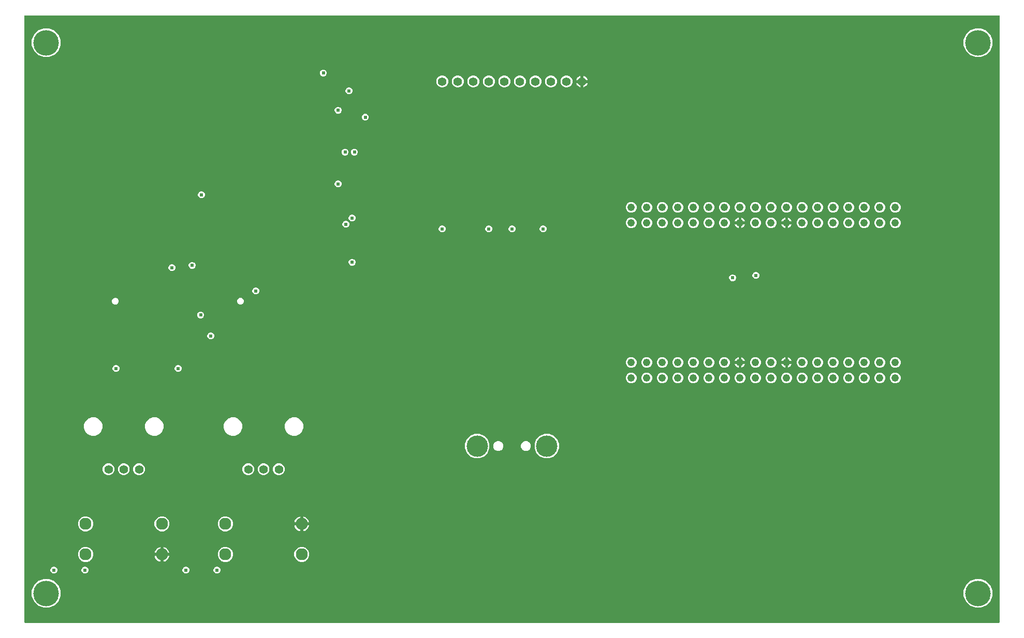
<source format=gbr>
G04 EAGLE Gerber RS-274X export*
G75*
%MOMM*%
%FSLAX34Y34*%
%LPD*%
%INCopper Layer 2*%
%IPPOS*%
%AMOC8*
5,1,8,0,0,1.08239X$1,22.5*%
G01*
%ADD10C,1.244600*%
%ADD11C,1.400000*%
%ADD12C,1.960000*%
%ADD13C,3.500000*%
%ADD14C,1.422400*%
%ADD15C,4.191000*%
%ADD16C,0.609600*%

G36*
X1596308Y2556D02*
X1596308Y2556D01*
X1596427Y2563D01*
X1596465Y2576D01*
X1596506Y2581D01*
X1596616Y2624D01*
X1596729Y2661D01*
X1596764Y2683D01*
X1596801Y2698D01*
X1596897Y2767D01*
X1596998Y2831D01*
X1597026Y2861D01*
X1597059Y2884D01*
X1597135Y2976D01*
X1597216Y3063D01*
X1597236Y3098D01*
X1597261Y3129D01*
X1597312Y3237D01*
X1597370Y3341D01*
X1597380Y3381D01*
X1597397Y3417D01*
X1597419Y3534D01*
X1597449Y3649D01*
X1597453Y3709D01*
X1597457Y3729D01*
X1597455Y3750D01*
X1597459Y3810D01*
X1597459Y996190D01*
X1597444Y996308D01*
X1597437Y996427D01*
X1597424Y996465D01*
X1597419Y996506D01*
X1597376Y996616D01*
X1597339Y996729D01*
X1597317Y996764D01*
X1597302Y996801D01*
X1597233Y996897D01*
X1597169Y996998D01*
X1597139Y997026D01*
X1597116Y997059D01*
X1597024Y997135D01*
X1596937Y997216D01*
X1596902Y997236D01*
X1596871Y997261D01*
X1596763Y997312D01*
X1596659Y997370D01*
X1596619Y997380D01*
X1596583Y997397D01*
X1596466Y997419D01*
X1596351Y997449D01*
X1596291Y997453D01*
X1596271Y997457D01*
X1596250Y997455D01*
X1596190Y997459D01*
X3810Y997459D01*
X3692Y997444D01*
X3573Y997437D01*
X3535Y997424D01*
X3494Y997419D01*
X3384Y997376D01*
X3271Y997339D01*
X3236Y997317D01*
X3199Y997302D01*
X3103Y997233D01*
X3002Y997169D01*
X2974Y997139D01*
X2941Y997116D01*
X2865Y997024D01*
X2784Y996937D01*
X2764Y996902D01*
X2739Y996871D01*
X2688Y996763D01*
X2630Y996659D01*
X2620Y996619D01*
X2603Y996583D01*
X2581Y996466D01*
X2551Y996351D01*
X2547Y996291D01*
X2543Y996271D01*
X2545Y996250D01*
X2541Y996190D01*
X2541Y3810D01*
X2556Y3692D01*
X2563Y3573D01*
X2576Y3535D01*
X2581Y3494D01*
X2624Y3384D01*
X2661Y3271D01*
X2683Y3236D01*
X2698Y3199D01*
X2767Y3103D01*
X2831Y3002D01*
X2861Y2974D01*
X2884Y2941D01*
X2976Y2865D01*
X3063Y2784D01*
X3098Y2764D01*
X3129Y2739D01*
X3237Y2688D01*
X3341Y2630D01*
X3381Y2620D01*
X3417Y2603D01*
X3534Y2581D01*
X3649Y2551D01*
X3709Y2547D01*
X3729Y2543D01*
X3750Y2545D01*
X3810Y2541D01*
X1596190Y2541D01*
X1596308Y2556D01*
G37*
%LPC*%
G36*
X1557426Y27304D02*
X1557426Y27304D01*
X1548791Y30881D01*
X1542181Y37491D01*
X1538604Y46126D01*
X1538604Y55474D01*
X1542181Y64109D01*
X1548791Y70719D01*
X1557426Y74296D01*
X1566774Y74296D01*
X1575409Y70719D01*
X1582019Y64109D01*
X1585596Y55474D01*
X1585596Y46126D01*
X1582019Y37491D01*
X1575409Y30881D01*
X1566774Y27304D01*
X1557426Y27304D01*
G37*
%LPD*%
%LPC*%
G36*
X33426Y27304D02*
X33426Y27304D01*
X24791Y30881D01*
X18181Y37491D01*
X14604Y46126D01*
X14604Y55474D01*
X18181Y64109D01*
X24791Y70719D01*
X33426Y74296D01*
X42774Y74296D01*
X51409Y70719D01*
X58019Y64109D01*
X61596Y55474D01*
X61596Y46126D01*
X58019Y37491D01*
X51409Y30881D01*
X42774Y27304D01*
X33426Y27304D01*
G37*
%LPD*%
%LPC*%
G36*
X1557426Y929004D02*
X1557426Y929004D01*
X1548791Y932581D01*
X1542181Y939191D01*
X1538604Y947826D01*
X1538604Y957174D01*
X1542181Y965809D01*
X1548791Y972419D01*
X1557426Y975996D01*
X1566774Y975996D01*
X1575409Y972419D01*
X1582019Y965809D01*
X1585596Y957174D01*
X1585596Y947826D01*
X1582019Y939191D01*
X1575409Y932581D01*
X1566774Y929004D01*
X1557426Y929004D01*
G37*
%LPD*%
%LPC*%
G36*
X33426Y929004D02*
X33426Y929004D01*
X24791Y932581D01*
X18181Y939191D01*
X14604Y947826D01*
X14604Y957174D01*
X18181Y965809D01*
X24791Y972419D01*
X33426Y975996D01*
X42774Y975996D01*
X51409Y972419D01*
X58019Y965809D01*
X61596Y957174D01*
X61596Y947826D01*
X58019Y939191D01*
X51409Y932581D01*
X42774Y929004D01*
X33426Y929004D01*
G37*
%LPD*%
%LPC*%
G36*
X853114Y272059D02*
X853114Y272059D01*
X845748Y275110D01*
X840110Y280748D01*
X837059Y288114D01*
X837059Y296086D01*
X840110Y303452D01*
X845748Y309090D01*
X853114Y312141D01*
X861086Y312141D01*
X868452Y309090D01*
X874090Y303452D01*
X877141Y296086D01*
X877141Y288114D01*
X874090Y280748D01*
X868452Y275110D01*
X861086Y272059D01*
X853114Y272059D01*
G37*
%LPD*%
%LPC*%
G36*
X739114Y272059D02*
X739114Y272059D01*
X731748Y275110D01*
X726110Y280748D01*
X723059Y288114D01*
X723059Y296086D01*
X726110Y303452D01*
X731748Y309090D01*
X739114Y312141D01*
X747086Y312141D01*
X754452Y309090D01*
X760090Y303452D01*
X763141Y296086D01*
X763141Y288114D01*
X760090Y280748D01*
X754452Y275110D01*
X747086Y272059D01*
X739114Y272059D01*
G37*
%LPD*%
%LPC*%
G36*
X112108Y308959D02*
X112108Y308959D01*
X106580Y311249D01*
X102349Y315480D01*
X100059Y321008D01*
X100059Y326992D01*
X102349Y332520D01*
X106580Y336751D01*
X112108Y339041D01*
X118092Y339041D01*
X123620Y336751D01*
X127851Y332520D01*
X130141Y326992D01*
X130141Y321008D01*
X127851Y315480D01*
X123620Y311249D01*
X118092Y308959D01*
X112108Y308959D01*
G37*
%LPD*%
%LPC*%
G36*
X212108Y308959D02*
X212108Y308959D01*
X206580Y311249D01*
X202349Y315480D01*
X200059Y321008D01*
X200059Y326992D01*
X202349Y332520D01*
X206580Y336751D01*
X212108Y339041D01*
X218092Y339041D01*
X223620Y336751D01*
X227851Y332520D01*
X230141Y326992D01*
X230141Y321008D01*
X227851Y315480D01*
X223620Y311249D01*
X218092Y308959D01*
X212108Y308959D01*
G37*
%LPD*%
%LPC*%
G36*
X340708Y308959D02*
X340708Y308959D01*
X335180Y311249D01*
X330949Y315480D01*
X328659Y321008D01*
X328659Y326992D01*
X330949Y332520D01*
X335180Y336751D01*
X340708Y339041D01*
X346692Y339041D01*
X352220Y336751D01*
X356451Y332520D01*
X358741Y326992D01*
X358741Y321008D01*
X356451Y315480D01*
X352220Y311249D01*
X346692Y308959D01*
X340708Y308959D01*
G37*
%LPD*%
%LPC*%
G36*
X440708Y308959D02*
X440708Y308959D01*
X435180Y311249D01*
X430949Y315480D01*
X428659Y321008D01*
X428659Y326992D01*
X430949Y332520D01*
X435180Y336751D01*
X440708Y339041D01*
X446692Y339041D01*
X452220Y336751D01*
X456451Y332520D01*
X458741Y326992D01*
X458741Y321008D01*
X456451Y315480D01*
X452220Y311249D01*
X446692Y308959D01*
X440708Y308959D01*
G37*
%LPD*%
%LPC*%
G36*
X225145Y152359D02*
X225145Y152359D01*
X220610Y154238D01*
X217138Y157710D01*
X215259Y162245D01*
X215259Y167155D01*
X217138Y171690D01*
X220610Y175162D01*
X225145Y177041D01*
X230055Y177041D01*
X234590Y175162D01*
X238062Y171690D01*
X239941Y167155D01*
X239941Y162245D01*
X238062Y157710D01*
X234590Y154238D01*
X230055Y152359D01*
X225145Y152359D01*
G37*
%LPD*%
%LPC*%
G36*
X100145Y102359D02*
X100145Y102359D01*
X95610Y104238D01*
X92138Y107710D01*
X90259Y112245D01*
X90259Y117155D01*
X92138Y121690D01*
X95610Y125162D01*
X100145Y127041D01*
X105055Y127041D01*
X109590Y125162D01*
X113062Y121690D01*
X114941Y117155D01*
X114941Y112245D01*
X113062Y107710D01*
X109590Y104238D01*
X105055Y102359D01*
X100145Y102359D01*
G37*
%LPD*%
%LPC*%
G36*
X328745Y102359D02*
X328745Y102359D01*
X324210Y104238D01*
X320738Y107710D01*
X318859Y112245D01*
X318859Y117155D01*
X320738Y121690D01*
X324210Y125162D01*
X328745Y127041D01*
X333655Y127041D01*
X338190Y125162D01*
X341662Y121690D01*
X343541Y117155D01*
X343541Y112245D01*
X341662Y107710D01*
X338190Y104238D01*
X333655Y102359D01*
X328745Y102359D01*
G37*
%LPD*%
%LPC*%
G36*
X453745Y102359D02*
X453745Y102359D01*
X449210Y104238D01*
X445738Y107710D01*
X443859Y112245D01*
X443859Y117155D01*
X445738Y121690D01*
X449210Y125162D01*
X453745Y127041D01*
X458655Y127041D01*
X463190Y125162D01*
X466662Y121690D01*
X468541Y117155D01*
X468541Y112245D01*
X466662Y107710D01*
X463190Y104238D01*
X458655Y102359D01*
X453745Y102359D01*
G37*
%LPD*%
%LPC*%
G36*
X328745Y152359D02*
X328745Y152359D01*
X324210Y154238D01*
X320738Y157710D01*
X318859Y162245D01*
X318859Y167155D01*
X320738Y171690D01*
X324210Y175162D01*
X328745Y177041D01*
X333655Y177041D01*
X338190Y175162D01*
X341662Y171690D01*
X343541Y167155D01*
X343541Y162245D01*
X341662Y157710D01*
X338190Y154238D01*
X333655Y152359D01*
X328745Y152359D01*
G37*
%LPD*%
%LPC*%
G36*
X100145Y152359D02*
X100145Y152359D01*
X95610Y154238D01*
X92138Y157710D01*
X90259Y162245D01*
X90259Y167155D01*
X92138Y171690D01*
X95610Y175162D01*
X100145Y177041D01*
X105055Y177041D01*
X109590Y175162D01*
X113062Y171690D01*
X114941Y167155D01*
X114941Y162245D01*
X113062Y157710D01*
X109590Y154238D01*
X105055Y152359D01*
X100145Y152359D01*
G37*
%LPD*%
%LPC*%
G36*
X760080Y879347D02*
X760080Y879347D01*
X756532Y880817D01*
X753817Y883532D01*
X752347Y887080D01*
X752347Y890920D01*
X753817Y894468D01*
X756532Y897183D01*
X760080Y898653D01*
X763920Y898653D01*
X767468Y897183D01*
X770183Y894468D01*
X771653Y890920D01*
X771653Y887080D01*
X770183Y883532D01*
X767468Y880817D01*
X763920Y879347D01*
X760080Y879347D01*
G37*
%LPD*%
%LPC*%
G36*
X785480Y879347D02*
X785480Y879347D01*
X781932Y880817D01*
X779217Y883532D01*
X777747Y887080D01*
X777747Y890920D01*
X779217Y894468D01*
X781932Y897183D01*
X785480Y898653D01*
X789320Y898653D01*
X792868Y897183D01*
X795583Y894468D01*
X797053Y890920D01*
X797053Y887080D01*
X795583Y883532D01*
X792868Y880817D01*
X789320Y879347D01*
X785480Y879347D01*
G37*
%LPD*%
%LPC*%
G36*
X887080Y879347D02*
X887080Y879347D01*
X883532Y880817D01*
X880817Y883532D01*
X879347Y887080D01*
X879347Y890920D01*
X880817Y894468D01*
X883532Y897183D01*
X887080Y898653D01*
X890920Y898653D01*
X894468Y897183D01*
X897183Y894468D01*
X898653Y890920D01*
X898653Y887080D01*
X897183Y883532D01*
X894468Y880817D01*
X890920Y879347D01*
X887080Y879347D01*
G37*
%LPD*%
%LPC*%
G36*
X861680Y879347D02*
X861680Y879347D01*
X858132Y880817D01*
X855417Y883532D01*
X853947Y887080D01*
X853947Y890920D01*
X855417Y894468D01*
X858132Y897183D01*
X861680Y898653D01*
X865520Y898653D01*
X869068Y897183D01*
X871783Y894468D01*
X873253Y890920D01*
X873253Y887080D01*
X871783Y883532D01*
X869068Y880817D01*
X865520Y879347D01*
X861680Y879347D01*
G37*
%LPD*%
%LPC*%
G36*
X836280Y879347D02*
X836280Y879347D01*
X832732Y880817D01*
X830017Y883532D01*
X828547Y887080D01*
X828547Y890920D01*
X830017Y894468D01*
X832732Y897183D01*
X836280Y898653D01*
X840120Y898653D01*
X843668Y897183D01*
X846383Y894468D01*
X847853Y890920D01*
X847853Y887080D01*
X846383Y883532D01*
X843668Y880817D01*
X840120Y879347D01*
X836280Y879347D01*
G37*
%LPD*%
%LPC*%
G36*
X810880Y879347D02*
X810880Y879347D01*
X807332Y880817D01*
X804617Y883532D01*
X803147Y887080D01*
X803147Y890920D01*
X804617Y894468D01*
X807332Y897183D01*
X810880Y898653D01*
X814720Y898653D01*
X818268Y897183D01*
X820983Y894468D01*
X822453Y890920D01*
X822453Y887080D01*
X820983Y883532D01*
X818268Y880817D01*
X814720Y879347D01*
X810880Y879347D01*
G37*
%LPD*%
%LPC*%
G36*
X734680Y879347D02*
X734680Y879347D01*
X731132Y880817D01*
X728417Y883532D01*
X726947Y887080D01*
X726947Y890920D01*
X728417Y894468D01*
X731132Y897183D01*
X734680Y898653D01*
X738520Y898653D01*
X742068Y897183D01*
X744783Y894468D01*
X746253Y890920D01*
X746253Y887080D01*
X744783Y883532D01*
X742068Y880817D01*
X738520Y879347D01*
X734680Y879347D01*
G37*
%LPD*%
%LPC*%
G36*
X683880Y879347D02*
X683880Y879347D01*
X680332Y880817D01*
X677617Y883532D01*
X676147Y887080D01*
X676147Y890920D01*
X677617Y894468D01*
X680332Y897183D01*
X683880Y898653D01*
X687720Y898653D01*
X691268Y897183D01*
X693983Y894468D01*
X695453Y890920D01*
X695453Y887080D01*
X693983Y883532D01*
X691268Y880817D01*
X687720Y879347D01*
X683880Y879347D01*
G37*
%LPD*%
%LPC*%
G36*
X709280Y879347D02*
X709280Y879347D01*
X705732Y880817D01*
X703017Y883532D01*
X701547Y887080D01*
X701547Y890920D01*
X703017Y894468D01*
X705732Y897183D01*
X709280Y898653D01*
X713120Y898653D01*
X716668Y897183D01*
X719383Y894468D01*
X720853Y890920D01*
X720853Y887080D01*
X719383Y883532D01*
X716668Y880817D01*
X713120Y879347D01*
X709280Y879347D01*
G37*
%LPD*%
%LPC*%
G36*
X188202Y244459D02*
X188202Y244459D01*
X184696Y245912D01*
X182012Y248596D01*
X180559Y252102D01*
X180559Y255898D01*
X182012Y259404D01*
X184696Y262088D01*
X188202Y263541D01*
X191998Y263541D01*
X195504Y262088D01*
X198188Y259404D01*
X199641Y255898D01*
X199641Y252102D01*
X198188Y248596D01*
X195504Y245912D01*
X191998Y244459D01*
X188202Y244459D01*
G37*
%LPD*%
%LPC*%
G36*
X416802Y244459D02*
X416802Y244459D01*
X413296Y245912D01*
X410612Y248596D01*
X409159Y252102D01*
X409159Y255898D01*
X410612Y259404D01*
X413296Y262088D01*
X416802Y263541D01*
X420598Y263541D01*
X424104Y262088D01*
X426788Y259404D01*
X428241Y255898D01*
X428241Y252102D01*
X426788Y248596D01*
X424104Y245912D01*
X420598Y244459D01*
X416802Y244459D01*
G37*
%LPD*%
%LPC*%
G36*
X391802Y244459D02*
X391802Y244459D01*
X388296Y245912D01*
X385612Y248596D01*
X384159Y252102D01*
X384159Y255898D01*
X385612Y259404D01*
X388296Y262088D01*
X391802Y263541D01*
X395598Y263541D01*
X399104Y262088D01*
X401788Y259404D01*
X403241Y255898D01*
X403241Y252102D01*
X401788Y248596D01*
X399104Y245912D01*
X395598Y244459D01*
X391802Y244459D01*
G37*
%LPD*%
%LPC*%
G36*
X366802Y244459D02*
X366802Y244459D01*
X363296Y245912D01*
X360612Y248596D01*
X359159Y252102D01*
X359159Y255898D01*
X360612Y259404D01*
X363296Y262088D01*
X366802Y263541D01*
X370598Y263541D01*
X374104Y262088D01*
X376788Y259404D01*
X378241Y255898D01*
X378241Y252102D01*
X376788Y248596D01*
X374104Y245912D01*
X370598Y244459D01*
X366802Y244459D01*
G37*
%LPD*%
%LPC*%
G36*
X138202Y244459D02*
X138202Y244459D01*
X134696Y245912D01*
X132012Y248596D01*
X130559Y252102D01*
X130559Y255898D01*
X132012Y259404D01*
X134696Y262088D01*
X138202Y263541D01*
X141998Y263541D01*
X145504Y262088D01*
X148188Y259404D01*
X149641Y255898D01*
X149641Y252102D01*
X148188Y248596D01*
X145504Y245912D01*
X141998Y244459D01*
X138202Y244459D01*
G37*
%LPD*%
%LPC*%
G36*
X163202Y244459D02*
X163202Y244459D01*
X159696Y245912D01*
X157012Y248596D01*
X155559Y252102D01*
X155559Y255898D01*
X157012Y259404D01*
X159696Y262088D01*
X163202Y263541D01*
X166998Y263541D01*
X170504Y262088D01*
X173188Y259404D01*
X174641Y255898D01*
X174641Y252102D01*
X173188Y248596D01*
X170504Y245912D01*
X166998Y244459D01*
X163202Y244459D01*
G37*
%LPD*%
%LPC*%
G36*
X1399657Y394836D02*
X1399657Y394836D01*
X1396436Y396170D01*
X1393970Y398636D01*
X1392636Y401857D01*
X1392636Y405343D01*
X1393970Y408564D01*
X1396436Y411030D01*
X1399657Y412364D01*
X1403143Y412364D01*
X1406364Y411030D01*
X1408830Y408564D01*
X1410164Y405343D01*
X1410164Y401857D01*
X1408830Y398636D01*
X1406364Y396170D01*
X1403143Y394836D01*
X1399657Y394836D01*
G37*
%LPD*%
%LPC*%
G36*
X1374257Y394836D02*
X1374257Y394836D01*
X1371036Y396170D01*
X1368570Y398636D01*
X1367236Y401857D01*
X1367236Y405343D01*
X1368570Y408564D01*
X1371036Y411030D01*
X1374257Y412364D01*
X1377743Y412364D01*
X1380964Y411030D01*
X1383430Y408564D01*
X1384764Y405343D01*
X1384764Y401857D01*
X1383430Y398636D01*
X1380964Y396170D01*
X1377743Y394836D01*
X1374257Y394836D01*
G37*
%LPD*%
%LPC*%
G36*
X1348857Y394836D02*
X1348857Y394836D01*
X1345636Y396170D01*
X1343170Y398636D01*
X1341836Y401857D01*
X1341836Y405343D01*
X1343170Y408564D01*
X1345636Y411030D01*
X1348857Y412364D01*
X1352343Y412364D01*
X1355564Y411030D01*
X1358030Y408564D01*
X1359364Y405343D01*
X1359364Y401857D01*
X1358030Y398636D01*
X1355564Y396170D01*
X1352343Y394836D01*
X1348857Y394836D01*
G37*
%LPD*%
%LPC*%
G36*
X1323457Y394836D02*
X1323457Y394836D01*
X1320236Y396170D01*
X1317770Y398636D01*
X1316436Y401857D01*
X1316436Y405343D01*
X1317770Y408564D01*
X1320236Y411030D01*
X1323457Y412364D01*
X1326943Y412364D01*
X1330164Y411030D01*
X1332630Y408564D01*
X1333964Y405343D01*
X1333964Y401857D01*
X1332630Y398636D01*
X1330164Y396170D01*
X1326943Y394836D01*
X1323457Y394836D01*
G37*
%LPD*%
%LPC*%
G36*
X1298057Y394836D02*
X1298057Y394836D01*
X1294836Y396170D01*
X1292370Y398636D01*
X1291036Y401857D01*
X1291036Y405343D01*
X1292370Y408564D01*
X1294836Y411030D01*
X1298057Y412364D01*
X1301543Y412364D01*
X1304764Y411030D01*
X1307230Y408564D01*
X1308564Y405343D01*
X1308564Y401857D01*
X1307230Y398636D01*
X1304764Y396170D01*
X1301543Y394836D01*
X1298057Y394836D01*
G37*
%LPD*%
%LPC*%
G36*
X1272657Y394836D02*
X1272657Y394836D01*
X1269436Y396170D01*
X1266970Y398636D01*
X1265636Y401857D01*
X1265636Y405343D01*
X1266970Y408564D01*
X1269436Y411030D01*
X1272657Y412364D01*
X1276143Y412364D01*
X1279364Y411030D01*
X1281830Y408564D01*
X1283164Y405343D01*
X1283164Y401857D01*
X1281830Y398636D01*
X1279364Y396170D01*
X1276143Y394836D01*
X1272657Y394836D01*
G37*
%LPD*%
%LPC*%
G36*
X1247257Y394836D02*
X1247257Y394836D01*
X1244036Y396170D01*
X1241570Y398636D01*
X1240236Y401857D01*
X1240236Y405343D01*
X1241570Y408564D01*
X1244036Y411030D01*
X1247257Y412364D01*
X1250743Y412364D01*
X1253964Y411030D01*
X1256430Y408564D01*
X1257764Y405343D01*
X1257764Y401857D01*
X1256430Y398636D01*
X1253964Y396170D01*
X1250743Y394836D01*
X1247257Y394836D01*
G37*
%LPD*%
%LPC*%
G36*
X1221857Y394836D02*
X1221857Y394836D01*
X1218636Y396170D01*
X1216170Y398636D01*
X1214836Y401857D01*
X1214836Y405343D01*
X1216170Y408564D01*
X1218636Y411030D01*
X1221857Y412364D01*
X1225343Y412364D01*
X1228564Y411030D01*
X1231030Y408564D01*
X1232364Y405343D01*
X1232364Y401857D01*
X1231030Y398636D01*
X1228564Y396170D01*
X1225343Y394836D01*
X1221857Y394836D01*
G37*
%LPD*%
%LPC*%
G36*
X1196457Y394836D02*
X1196457Y394836D01*
X1193236Y396170D01*
X1190770Y398636D01*
X1189436Y401857D01*
X1189436Y405343D01*
X1190770Y408564D01*
X1193236Y411030D01*
X1196457Y412364D01*
X1199943Y412364D01*
X1203164Y411030D01*
X1205630Y408564D01*
X1206964Y405343D01*
X1206964Y401857D01*
X1205630Y398636D01*
X1203164Y396170D01*
X1199943Y394836D01*
X1196457Y394836D01*
G37*
%LPD*%
%LPC*%
G36*
X1171057Y394836D02*
X1171057Y394836D01*
X1167836Y396170D01*
X1165370Y398636D01*
X1164036Y401857D01*
X1164036Y405343D01*
X1165370Y408564D01*
X1167836Y411030D01*
X1171057Y412364D01*
X1174543Y412364D01*
X1177764Y411030D01*
X1180230Y408564D01*
X1181564Y405343D01*
X1181564Y401857D01*
X1180230Y398636D01*
X1177764Y396170D01*
X1174543Y394836D01*
X1171057Y394836D01*
G37*
%LPD*%
%LPC*%
G36*
X1145657Y394836D02*
X1145657Y394836D01*
X1142436Y396170D01*
X1139970Y398636D01*
X1138636Y401857D01*
X1138636Y405343D01*
X1139970Y408564D01*
X1142436Y411030D01*
X1145657Y412364D01*
X1149143Y412364D01*
X1152364Y411030D01*
X1154830Y408564D01*
X1156164Y405343D01*
X1156164Y401857D01*
X1154830Y398636D01*
X1152364Y396170D01*
X1149143Y394836D01*
X1145657Y394836D01*
G37*
%LPD*%
%LPC*%
G36*
X1094857Y394836D02*
X1094857Y394836D01*
X1091636Y396170D01*
X1089170Y398636D01*
X1087836Y401857D01*
X1087836Y405343D01*
X1089170Y408564D01*
X1091636Y411030D01*
X1094857Y412364D01*
X1098343Y412364D01*
X1101564Y411030D01*
X1104030Y408564D01*
X1105364Y405343D01*
X1105364Y401857D01*
X1104030Y398636D01*
X1101564Y396170D01*
X1098343Y394836D01*
X1094857Y394836D01*
G37*
%LPD*%
%LPC*%
G36*
X1145657Y674236D02*
X1145657Y674236D01*
X1142436Y675570D01*
X1139970Y678036D01*
X1138636Y681257D01*
X1138636Y684743D01*
X1139970Y687964D01*
X1142436Y690430D01*
X1145657Y691764D01*
X1149143Y691764D01*
X1152364Y690430D01*
X1154830Y687964D01*
X1156164Y684743D01*
X1156164Y681257D01*
X1154830Y678036D01*
X1152364Y675570D01*
X1149143Y674236D01*
X1145657Y674236D01*
G37*
%LPD*%
%LPC*%
G36*
X1120257Y674236D02*
X1120257Y674236D01*
X1117036Y675570D01*
X1114570Y678036D01*
X1113236Y681257D01*
X1113236Y684743D01*
X1114570Y687964D01*
X1117036Y690430D01*
X1120257Y691764D01*
X1123743Y691764D01*
X1126964Y690430D01*
X1129430Y687964D01*
X1130764Y684743D01*
X1130764Y681257D01*
X1129430Y678036D01*
X1126964Y675570D01*
X1123743Y674236D01*
X1120257Y674236D01*
G37*
%LPD*%
%LPC*%
G36*
X1069457Y674236D02*
X1069457Y674236D01*
X1066236Y675570D01*
X1063770Y678036D01*
X1062436Y681257D01*
X1062436Y684743D01*
X1063770Y687964D01*
X1066236Y690430D01*
X1069457Y691764D01*
X1072943Y691764D01*
X1076164Y690430D01*
X1078630Y687964D01*
X1079964Y684743D01*
X1079964Y681257D01*
X1078630Y678036D01*
X1076164Y675570D01*
X1072943Y674236D01*
X1069457Y674236D01*
G37*
%LPD*%
%LPC*%
G36*
X1044057Y674236D02*
X1044057Y674236D01*
X1040836Y675570D01*
X1038370Y678036D01*
X1037036Y681257D01*
X1037036Y684743D01*
X1038370Y687964D01*
X1040836Y690430D01*
X1044057Y691764D01*
X1047543Y691764D01*
X1050764Y690430D01*
X1053230Y687964D01*
X1054564Y684743D01*
X1054564Y681257D01*
X1053230Y678036D01*
X1050764Y675570D01*
X1047543Y674236D01*
X1044057Y674236D01*
G37*
%LPD*%
%LPC*%
G36*
X1018657Y674236D02*
X1018657Y674236D01*
X1015436Y675570D01*
X1012970Y678036D01*
X1011636Y681257D01*
X1011636Y684743D01*
X1012970Y687964D01*
X1015436Y690430D01*
X1018657Y691764D01*
X1022143Y691764D01*
X1025364Y690430D01*
X1027830Y687964D01*
X1029164Y684743D01*
X1029164Y681257D01*
X1027830Y678036D01*
X1025364Y675570D01*
X1022143Y674236D01*
X1018657Y674236D01*
G37*
%LPD*%
%LPC*%
G36*
X1094857Y674236D02*
X1094857Y674236D01*
X1091636Y675570D01*
X1089170Y678036D01*
X1087836Y681257D01*
X1087836Y684743D01*
X1089170Y687964D01*
X1091636Y690430D01*
X1094857Y691764D01*
X1098343Y691764D01*
X1101564Y690430D01*
X1104030Y687964D01*
X1105364Y684743D01*
X1105364Y681257D01*
X1104030Y678036D01*
X1101564Y675570D01*
X1098343Y674236D01*
X1094857Y674236D01*
G37*
%LPD*%
%LPC*%
G36*
X993257Y674236D02*
X993257Y674236D01*
X990036Y675570D01*
X987570Y678036D01*
X986236Y681257D01*
X986236Y684743D01*
X987570Y687964D01*
X990036Y690430D01*
X993257Y691764D01*
X996743Y691764D01*
X999964Y690430D01*
X1002430Y687964D01*
X1003764Y684743D01*
X1003764Y681257D01*
X1002430Y678036D01*
X999964Y675570D01*
X996743Y674236D01*
X993257Y674236D01*
G37*
%LPD*%
%LPC*%
G36*
X1425057Y674236D02*
X1425057Y674236D01*
X1421836Y675570D01*
X1419370Y678036D01*
X1418036Y681257D01*
X1418036Y684743D01*
X1419370Y687964D01*
X1421836Y690430D01*
X1425057Y691764D01*
X1428543Y691764D01*
X1431764Y690430D01*
X1434230Y687964D01*
X1435564Y684743D01*
X1435564Y681257D01*
X1434230Y678036D01*
X1431764Y675570D01*
X1428543Y674236D01*
X1425057Y674236D01*
G37*
%LPD*%
%LPC*%
G36*
X1399657Y674236D02*
X1399657Y674236D01*
X1396436Y675570D01*
X1393970Y678036D01*
X1392636Y681257D01*
X1392636Y684743D01*
X1393970Y687964D01*
X1396436Y690430D01*
X1399657Y691764D01*
X1403143Y691764D01*
X1406364Y690430D01*
X1408830Y687964D01*
X1410164Y684743D01*
X1410164Y681257D01*
X1408830Y678036D01*
X1406364Y675570D01*
X1403143Y674236D01*
X1399657Y674236D01*
G37*
%LPD*%
%LPC*%
G36*
X1374257Y674236D02*
X1374257Y674236D01*
X1371036Y675570D01*
X1368570Y678036D01*
X1367236Y681257D01*
X1367236Y684743D01*
X1368570Y687964D01*
X1371036Y690430D01*
X1374257Y691764D01*
X1377743Y691764D01*
X1380964Y690430D01*
X1383430Y687964D01*
X1384764Y684743D01*
X1384764Y681257D01*
X1383430Y678036D01*
X1380964Y675570D01*
X1377743Y674236D01*
X1374257Y674236D01*
G37*
%LPD*%
%LPC*%
G36*
X1348857Y674236D02*
X1348857Y674236D01*
X1345636Y675570D01*
X1343170Y678036D01*
X1341836Y681257D01*
X1341836Y684743D01*
X1343170Y687964D01*
X1345636Y690430D01*
X1348857Y691764D01*
X1352343Y691764D01*
X1355564Y690430D01*
X1358030Y687964D01*
X1359364Y684743D01*
X1359364Y681257D01*
X1358030Y678036D01*
X1355564Y675570D01*
X1352343Y674236D01*
X1348857Y674236D01*
G37*
%LPD*%
%LPC*%
G36*
X1323457Y674236D02*
X1323457Y674236D01*
X1320236Y675570D01*
X1317770Y678036D01*
X1316436Y681257D01*
X1316436Y684743D01*
X1317770Y687964D01*
X1320236Y690430D01*
X1323457Y691764D01*
X1326943Y691764D01*
X1330164Y690430D01*
X1332630Y687964D01*
X1333964Y684743D01*
X1333964Y681257D01*
X1332630Y678036D01*
X1330164Y675570D01*
X1326943Y674236D01*
X1323457Y674236D01*
G37*
%LPD*%
%LPC*%
G36*
X1298057Y674236D02*
X1298057Y674236D01*
X1294836Y675570D01*
X1292370Y678036D01*
X1291036Y681257D01*
X1291036Y684743D01*
X1292370Y687964D01*
X1294836Y690430D01*
X1298057Y691764D01*
X1301543Y691764D01*
X1304764Y690430D01*
X1307230Y687964D01*
X1308564Y684743D01*
X1308564Y681257D01*
X1307230Y678036D01*
X1304764Y675570D01*
X1301543Y674236D01*
X1298057Y674236D01*
G37*
%LPD*%
%LPC*%
G36*
X1272657Y674236D02*
X1272657Y674236D01*
X1269436Y675570D01*
X1266970Y678036D01*
X1265636Y681257D01*
X1265636Y684743D01*
X1266970Y687964D01*
X1269436Y690430D01*
X1272657Y691764D01*
X1276143Y691764D01*
X1279364Y690430D01*
X1281830Y687964D01*
X1283164Y684743D01*
X1283164Y681257D01*
X1281830Y678036D01*
X1279364Y675570D01*
X1276143Y674236D01*
X1272657Y674236D01*
G37*
%LPD*%
%LPC*%
G36*
X1247257Y674236D02*
X1247257Y674236D01*
X1244036Y675570D01*
X1241570Y678036D01*
X1240236Y681257D01*
X1240236Y684743D01*
X1241570Y687964D01*
X1244036Y690430D01*
X1247257Y691764D01*
X1250743Y691764D01*
X1253964Y690430D01*
X1256430Y687964D01*
X1257764Y684743D01*
X1257764Y681257D01*
X1256430Y678036D01*
X1253964Y675570D01*
X1250743Y674236D01*
X1247257Y674236D01*
G37*
%LPD*%
%LPC*%
G36*
X1069457Y394836D02*
X1069457Y394836D01*
X1066236Y396170D01*
X1063770Y398636D01*
X1062436Y401857D01*
X1062436Y405343D01*
X1063770Y408564D01*
X1066236Y411030D01*
X1069457Y412364D01*
X1072943Y412364D01*
X1076164Y411030D01*
X1078630Y408564D01*
X1079964Y405343D01*
X1079964Y401857D01*
X1078630Y398636D01*
X1076164Y396170D01*
X1072943Y394836D01*
X1069457Y394836D01*
G37*
%LPD*%
%LPC*%
G36*
X1196457Y674236D02*
X1196457Y674236D01*
X1193236Y675570D01*
X1190770Y678036D01*
X1189436Y681257D01*
X1189436Y684743D01*
X1190770Y687964D01*
X1193236Y690430D01*
X1196457Y691764D01*
X1199943Y691764D01*
X1203164Y690430D01*
X1205630Y687964D01*
X1206964Y684743D01*
X1206964Y681257D01*
X1205630Y678036D01*
X1203164Y675570D01*
X1199943Y674236D01*
X1196457Y674236D01*
G37*
%LPD*%
%LPC*%
G36*
X1171057Y674236D02*
X1171057Y674236D01*
X1167836Y675570D01*
X1165370Y678036D01*
X1164036Y681257D01*
X1164036Y684743D01*
X1165370Y687964D01*
X1167836Y690430D01*
X1171057Y691764D01*
X1174543Y691764D01*
X1177764Y690430D01*
X1180230Y687964D01*
X1181564Y684743D01*
X1181564Y681257D01*
X1180230Y678036D01*
X1177764Y675570D01*
X1174543Y674236D01*
X1171057Y674236D01*
G37*
%LPD*%
%LPC*%
G36*
X1044057Y394836D02*
X1044057Y394836D01*
X1040836Y396170D01*
X1038370Y398636D01*
X1037036Y401857D01*
X1037036Y405343D01*
X1038370Y408564D01*
X1040836Y411030D01*
X1044057Y412364D01*
X1047543Y412364D01*
X1050764Y411030D01*
X1053230Y408564D01*
X1054564Y405343D01*
X1054564Y401857D01*
X1053230Y398636D01*
X1050764Y396170D01*
X1047543Y394836D01*
X1044057Y394836D01*
G37*
%LPD*%
%LPC*%
G36*
X1298057Y648836D02*
X1298057Y648836D01*
X1294836Y650170D01*
X1292370Y652636D01*
X1291036Y655857D01*
X1291036Y659343D01*
X1292370Y662564D01*
X1294836Y665030D01*
X1298057Y666364D01*
X1301543Y666364D01*
X1304764Y665030D01*
X1307230Y662564D01*
X1308564Y659343D01*
X1308564Y655857D01*
X1307230Y652636D01*
X1304764Y650170D01*
X1301543Y648836D01*
X1298057Y648836D01*
G37*
%LPD*%
%LPC*%
G36*
X1196457Y648836D02*
X1196457Y648836D01*
X1193236Y650170D01*
X1190770Y652636D01*
X1189436Y655857D01*
X1189436Y659343D01*
X1190770Y662564D01*
X1193236Y665030D01*
X1196457Y666364D01*
X1199943Y666364D01*
X1203164Y665030D01*
X1205630Y662564D01*
X1206964Y659343D01*
X1206964Y655857D01*
X1205630Y652636D01*
X1203164Y650170D01*
X1199943Y648836D01*
X1196457Y648836D01*
G37*
%LPD*%
%LPC*%
G36*
X1145657Y648836D02*
X1145657Y648836D01*
X1142436Y650170D01*
X1139970Y652636D01*
X1138636Y655857D01*
X1138636Y659343D01*
X1139970Y662564D01*
X1142436Y665030D01*
X1145657Y666364D01*
X1149143Y666364D01*
X1152364Y665030D01*
X1154830Y662564D01*
X1156164Y659343D01*
X1156164Y655857D01*
X1154830Y652636D01*
X1152364Y650170D01*
X1149143Y648836D01*
X1145657Y648836D01*
G37*
%LPD*%
%LPC*%
G36*
X1120257Y648836D02*
X1120257Y648836D01*
X1117036Y650170D01*
X1114570Y652636D01*
X1113236Y655857D01*
X1113236Y659343D01*
X1114570Y662564D01*
X1117036Y665030D01*
X1120257Y666364D01*
X1123743Y666364D01*
X1126964Y665030D01*
X1129430Y662564D01*
X1130764Y659343D01*
X1130764Y655857D01*
X1129430Y652636D01*
X1126964Y650170D01*
X1123743Y648836D01*
X1120257Y648836D01*
G37*
%LPD*%
%LPC*%
G36*
X1094857Y648836D02*
X1094857Y648836D01*
X1091636Y650170D01*
X1089170Y652636D01*
X1087836Y655857D01*
X1087836Y659343D01*
X1089170Y662564D01*
X1091636Y665030D01*
X1094857Y666364D01*
X1098343Y666364D01*
X1101564Y665030D01*
X1104030Y662564D01*
X1105364Y659343D01*
X1105364Y655857D01*
X1104030Y652636D01*
X1101564Y650170D01*
X1098343Y648836D01*
X1094857Y648836D01*
G37*
%LPD*%
%LPC*%
G36*
X1221857Y648836D02*
X1221857Y648836D01*
X1218636Y650170D01*
X1216170Y652636D01*
X1214836Y655857D01*
X1214836Y659343D01*
X1216170Y662564D01*
X1218636Y665030D01*
X1221857Y666364D01*
X1225343Y666364D01*
X1228564Y665030D01*
X1231030Y662564D01*
X1232364Y659343D01*
X1232364Y655857D01*
X1231030Y652636D01*
X1228564Y650170D01*
X1225343Y648836D01*
X1221857Y648836D01*
G37*
%LPD*%
%LPC*%
G36*
X1069457Y648836D02*
X1069457Y648836D01*
X1066236Y650170D01*
X1063770Y652636D01*
X1062436Y655857D01*
X1062436Y659343D01*
X1063770Y662564D01*
X1066236Y665030D01*
X1069457Y666364D01*
X1072943Y666364D01*
X1076164Y665030D01*
X1078630Y662564D01*
X1079964Y659343D01*
X1079964Y655857D01*
X1078630Y652636D01*
X1076164Y650170D01*
X1072943Y648836D01*
X1069457Y648836D01*
G37*
%LPD*%
%LPC*%
G36*
X1044057Y648836D02*
X1044057Y648836D01*
X1040836Y650170D01*
X1038370Y652636D01*
X1037036Y655857D01*
X1037036Y659343D01*
X1038370Y662564D01*
X1040836Y665030D01*
X1044057Y666364D01*
X1047543Y666364D01*
X1050764Y665030D01*
X1053230Y662564D01*
X1054564Y659343D01*
X1054564Y655857D01*
X1053230Y652636D01*
X1050764Y650170D01*
X1047543Y648836D01*
X1044057Y648836D01*
G37*
%LPD*%
%LPC*%
G36*
X1272657Y648836D02*
X1272657Y648836D01*
X1269436Y650170D01*
X1266970Y652636D01*
X1265636Y655857D01*
X1265636Y659343D01*
X1266970Y662564D01*
X1269436Y665030D01*
X1272657Y666364D01*
X1276143Y666364D01*
X1279364Y665030D01*
X1281830Y662564D01*
X1283164Y659343D01*
X1283164Y655857D01*
X1281830Y652636D01*
X1279364Y650170D01*
X1276143Y648836D01*
X1272657Y648836D01*
G37*
%LPD*%
%LPC*%
G36*
X1018657Y648836D02*
X1018657Y648836D01*
X1015436Y650170D01*
X1012970Y652636D01*
X1011636Y655857D01*
X1011636Y659343D01*
X1012970Y662564D01*
X1015436Y665030D01*
X1018657Y666364D01*
X1022143Y666364D01*
X1025364Y665030D01*
X1027830Y662564D01*
X1029164Y659343D01*
X1029164Y655857D01*
X1027830Y652636D01*
X1025364Y650170D01*
X1022143Y648836D01*
X1018657Y648836D01*
G37*
%LPD*%
%LPC*%
G36*
X1425057Y648836D02*
X1425057Y648836D01*
X1421836Y650170D01*
X1419370Y652636D01*
X1418036Y655857D01*
X1418036Y659343D01*
X1419370Y662564D01*
X1421836Y665030D01*
X1425057Y666364D01*
X1428543Y666364D01*
X1431764Y665030D01*
X1434230Y662564D01*
X1435564Y659343D01*
X1435564Y655857D01*
X1434230Y652636D01*
X1431764Y650170D01*
X1428543Y648836D01*
X1425057Y648836D01*
G37*
%LPD*%
%LPC*%
G36*
X1399657Y648836D02*
X1399657Y648836D01*
X1396436Y650170D01*
X1393970Y652636D01*
X1392636Y655857D01*
X1392636Y659343D01*
X1393970Y662564D01*
X1396436Y665030D01*
X1399657Y666364D01*
X1403143Y666364D01*
X1406364Y665030D01*
X1408830Y662564D01*
X1410164Y659343D01*
X1410164Y655857D01*
X1408830Y652636D01*
X1406364Y650170D01*
X1403143Y648836D01*
X1399657Y648836D01*
G37*
%LPD*%
%LPC*%
G36*
X1374257Y648836D02*
X1374257Y648836D01*
X1371036Y650170D01*
X1368570Y652636D01*
X1367236Y655857D01*
X1367236Y659343D01*
X1368570Y662564D01*
X1371036Y665030D01*
X1374257Y666364D01*
X1377743Y666364D01*
X1380964Y665030D01*
X1383430Y662564D01*
X1384764Y659343D01*
X1384764Y655857D01*
X1383430Y652636D01*
X1380964Y650170D01*
X1377743Y648836D01*
X1374257Y648836D01*
G37*
%LPD*%
%LPC*%
G36*
X993257Y648836D02*
X993257Y648836D01*
X990036Y650170D01*
X987570Y652636D01*
X986236Y655857D01*
X986236Y659343D01*
X987570Y662564D01*
X990036Y665030D01*
X993257Y666364D01*
X996743Y666364D01*
X999964Y665030D01*
X1002430Y662564D01*
X1003764Y659343D01*
X1003764Y655857D01*
X1002430Y652636D01*
X999964Y650170D01*
X996743Y648836D01*
X993257Y648836D01*
G37*
%LPD*%
%LPC*%
G36*
X1348857Y648836D02*
X1348857Y648836D01*
X1345636Y650170D01*
X1343170Y652636D01*
X1341836Y655857D01*
X1341836Y659343D01*
X1343170Y662564D01*
X1345636Y665030D01*
X1348857Y666364D01*
X1352343Y666364D01*
X1355564Y665030D01*
X1358030Y662564D01*
X1359364Y659343D01*
X1359364Y655857D01*
X1358030Y652636D01*
X1355564Y650170D01*
X1352343Y648836D01*
X1348857Y648836D01*
G37*
%LPD*%
%LPC*%
G36*
X1323457Y648836D02*
X1323457Y648836D01*
X1320236Y650170D01*
X1317770Y652636D01*
X1316436Y655857D01*
X1316436Y659343D01*
X1317770Y662564D01*
X1320236Y665030D01*
X1323457Y666364D01*
X1326943Y666364D01*
X1330164Y665030D01*
X1332630Y662564D01*
X1333964Y659343D01*
X1333964Y655857D01*
X1332630Y652636D01*
X1330164Y650170D01*
X1326943Y648836D01*
X1323457Y648836D01*
G37*
%LPD*%
%LPC*%
G36*
X1018657Y394836D02*
X1018657Y394836D01*
X1015436Y396170D01*
X1012970Y398636D01*
X1011636Y401857D01*
X1011636Y405343D01*
X1012970Y408564D01*
X1015436Y411030D01*
X1018657Y412364D01*
X1022143Y412364D01*
X1025364Y411030D01*
X1027830Y408564D01*
X1029164Y405343D01*
X1029164Y401857D01*
X1027830Y398636D01*
X1025364Y396170D01*
X1022143Y394836D01*
X1018657Y394836D01*
G37*
%LPD*%
%LPC*%
G36*
X1120257Y394836D02*
X1120257Y394836D01*
X1117036Y396170D01*
X1114570Y398636D01*
X1113236Y401857D01*
X1113236Y405343D01*
X1114570Y408564D01*
X1117036Y411030D01*
X1120257Y412364D01*
X1123743Y412364D01*
X1126964Y411030D01*
X1129430Y408564D01*
X1130764Y405343D01*
X1130764Y401857D01*
X1129430Y398636D01*
X1126964Y396170D01*
X1123743Y394836D01*
X1120257Y394836D01*
G37*
%LPD*%
%LPC*%
G36*
X1221857Y674236D02*
X1221857Y674236D01*
X1218636Y675570D01*
X1216170Y678036D01*
X1214836Y681257D01*
X1214836Y684743D01*
X1216170Y687964D01*
X1218636Y690430D01*
X1221857Y691764D01*
X1225343Y691764D01*
X1228564Y690430D01*
X1231030Y687964D01*
X1232364Y684743D01*
X1232364Y681257D01*
X1231030Y678036D01*
X1228564Y675570D01*
X1225343Y674236D01*
X1221857Y674236D01*
G37*
%LPD*%
%LPC*%
G36*
X993257Y420236D02*
X993257Y420236D01*
X990036Y421570D01*
X987570Y424036D01*
X986236Y427257D01*
X986236Y430743D01*
X987570Y433964D01*
X990036Y436430D01*
X993257Y437764D01*
X996743Y437764D01*
X999964Y436430D01*
X1002430Y433964D01*
X1003764Y430743D01*
X1003764Y427257D01*
X1002430Y424036D01*
X999964Y421570D01*
X996743Y420236D01*
X993257Y420236D01*
G37*
%LPD*%
%LPC*%
G36*
X1348857Y420236D02*
X1348857Y420236D01*
X1345636Y421570D01*
X1343170Y424036D01*
X1341836Y427257D01*
X1341836Y430743D01*
X1343170Y433964D01*
X1345636Y436430D01*
X1348857Y437764D01*
X1352343Y437764D01*
X1355564Y436430D01*
X1358030Y433964D01*
X1359364Y430743D01*
X1359364Y427257D01*
X1358030Y424036D01*
X1355564Y421570D01*
X1352343Y420236D01*
X1348857Y420236D01*
G37*
%LPD*%
%LPC*%
G36*
X1221857Y420236D02*
X1221857Y420236D01*
X1218636Y421570D01*
X1216170Y424036D01*
X1214836Y427257D01*
X1214836Y430743D01*
X1216170Y433964D01*
X1218636Y436430D01*
X1221857Y437764D01*
X1225343Y437764D01*
X1228564Y436430D01*
X1231030Y433964D01*
X1232364Y430743D01*
X1232364Y427257D01*
X1231030Y424036D01*
X1228564Y421570D01*
X1225343Y420236D01*
X1221857Y420236D01*
G37*
%LPD*%
%LPC*%
G36*
X1425057Y420236D02*
X1425057Y420236D01*
X1421836Y421570D01*
X1419370Y424036D01*
X1418036Y427257D01*
X1418036Y430743D01*
X1419370Y433964D01*
X1421836Y436430D01*
X1425057Y437764D01*
X1428543Y437764D01*
X1431764Y436430D01*
X1434230Y433964D01*
X1435564Y430743D01*
X1435564Y427257D01*
X1434230Y424036D01*
X1431764Y421570D01*
X1428543Y420236D01*
X1425057Y420236D01*
G37*
%LPD*%
%LPC*%
G36*
X1399657Y420236D02*
X1399657Y420236D01*
X1396436Y421570D01*
X1393970Y424036D01*
X1392636Y427257D01*
X1392636Y430743D01*
X1393970Y433964D01*
X1396436Y436430D01*
X1399657Y437764D01*
X1403143Y437764D01*
X1406364Y436430D01*
X1408830Y433964D01*
X1410164Y430743D01*
X1410164Y427257D01*
X1408830Y424036D01*
X1406364Y421570D01*
X1403143Y420236D01*
X1399657Y420236D01*
G37*
%LPD*%
%LPC*%
G36*
X1374257Y420236D02*
X1374257Y420236D01*
X1371036Y421570D01*
X1368570Y424036D01*
X1367236Y427257D01*
X1367236Y430743D01*
X1368570Y433964D01*
X1371036Y436430D01*
X1374257Y437764D01*
X1377743Y437764D01*
X1380964Y436430D01*
X1383430Y433964D01*
X1384764Y430743D01*
X1384764Y427257D01*
X1383430Y424036D01*
X1380964Y421570D01*
X1377743Y420236D01*
X1374257Y420236D01*
G37*
%LPD*%
%LPC*%
G36*
X1323457Y420236D02*
X1323457Y420236D01*
X1320236Y421570D01*
X1317770Y424036D01*
X1316436Y427257D01*
X1316436Y430743D01*
X1317770Y433964D01*
X1320236Y436430D01*
X1323457Y437764D01*
X1326943Y437764D01*
X1330164Y436430D01*
X1332630Y433964D01*
X1333964Y430743D01*
X1333964Y427257D01*
X1332630Y424036D01*
X1330164Y421570D01*
X1326943Y420236D01*
X1323457Y420236D01*
G37*
%LPD*%
%LPC*%
G36*
X1298057Y420236D02*
X1298057Y420236D01*
X1294836Y421570D01*
X1292370Y424036D01*
X1291036Y427257D01*
X1291036Y430743D01*
X1292370Y433964D01*
X1294836Y436430D01*
X1298057Y437764D01*
X1301543Y437764D01*
X1304764Y436430D01*
X1307230Y433964D01*
X1308564Y430743D01*
X1308564Y427257D01*
X1307230Y424036D01*
X1304764Y421570D01*
X1301543Y420236D01*
X1298057Y420236D01*
G37*
%LPD*%
%LPC*%
G36*
X1272657Y420236D02*
X1272657Y420236D01*
X1269436Y421570D01*
X1266970Y424036D01*
X1265636Y427257D01*
X1265636Y430743D01*
X1266970Y433964D01*
X1269436Y436430D01*
X1272657Y437764D01*
X1276143Y437764D01*
X1279364Y436430D01*
X1281830Y433964D01*
X1283164Y430743D01*
X1283164Y427257D01*
X1281830Y424036D01*
X1279364Y421570D01*
X1276143Y420236D01*
X1272657Y420236D01*
G37*
%LPD*%
%LPC*%
G36*
X1196457Y420236D02*
X1196457Y420236D01*
X1193236Y421570D01*
X1190770Y424036D01*
X1189436Y427257D01*
X1189436Y430743D01*
X1190770Y433964D01*
X1193236Y436430D01*
X1196457Y437764D01*
X1199943Y437764D01*
X1203164Y436430D01*
X1205630Y433964D01*
X1206964Y430743D01*
X1206964Y427257D01*
X1205630Y424036D01*
X1203164Y421570D01*
X1199943Y420236D01*
X1196457Y420236D01*
G37*
%LPD*%
%LPC*%
G36*
X1145657Y420236D02*
X1145657Y420236D01*
X1142436Y421570D01*
X1139970Y424036D01*
X1138636Y427257D01*
X1138636Y430743D01*
X1139970Y433964D01*
X1142436Y436430D01*
X1145657Y437764D01*
X1149143Y437764D01*
X1152364Y436430D01*
X1154830Y433964D01*
X1156164Y430743D01*
X1156164Y427257D01*
X1154830Y424036D01*
X1152364Y421570D01*
X1149143Y420236D01*
X1145657Y420236D01*
G37*
%LPD*%
%LPC*%
G36*
X1120257Y420236D02*
X1120257Y420236D01*
X1117036Y421570D01*
X1114570Y424036D01*
X1113236Y427257D01*
X1113236Y430743D01*
X1114570Y433964D01*
X1117036Y436430D01*
X1120257Y437764D01*
X1123743Y437764D01*
X1126964Y436430D01*
X1129430Y433964D01*
X1130764Y430743D01*
X1130764Y427257D01*
X1129430Y424036D01*
X1126964Y421570D01*
X1123743Y420236D01*
X1120257Y420236D01*
G37*
%LPD*%
%LPC*%
G36*
X1094857Y420236D02*
X1094857Y420236D01*
X1091636Y421570D01*
X1089170Y424036D01*
X1087836Y427257D01*
X1087836Y430743D01*
X1089170Y433964D01*
X1091636Y436430D01*
X1094857Y437764D01*
X1098343Y437764D01*
X1101564Y436430D01*
X1104030Y433964D01*
X1105364Y430743D01*
X1105364Y427257D01*
X1104030Y424036D01*
X1101564Y421570D01*
X1098343Y420236D01*
X1094857Y420236D01*
G37*
%LPD*%
%LPC*%
G36*
X1069457Y420236D02*
X1069457Y420236D01*
X1066236Y421570D01*
X1063770Y424036D01*
X1062436Y427257D01*
X1062436Y430743D01*
X1063770Y433964D01*
X1066236Y436430D01*
X1069457Y437764D01*
X1072943Y437764D01*
X1076164Y436430D01*
X1078630Y433964D01*
X1079964Y430743D01*
X1079964Y427257D01*
X1078630Y424036D01*
X1076164Y421570D01*
X1072943Y420236D01*
X1069457Y420236D01*
G37*
%LPD*%
%LPC*%
G36*
X1044057Y420236D02*
X1044057Y420236D01*
X1040836Y421570D01*
X1038370Y424036D01*
X1037036Y427257D01*
X1037036Y430743D01*
X1038370Y433964D01*
X1040836Y436430D01*
X1044057Y437764D01*
X1047543Y437764D01*
X1050764Y436430D01*
X1053230Y433964D01*
X1054564Y430743D01*
X1054564Y427257D01*
X1053230Y424036D01*
X1050764Y421570D01*
X1047543Y420236D01*
X1044057Y420236D01*
G37*
%LPD*%
%LPC*%
G36*
X1018657Y420236D02*
X1018657Y420236D01*
X1015436Y421570D01*
X1012970Y424036D01*
X1011636Y427257D01*
X1011636Y430743D01*
X1012970Y433964D01*
X1015436Y436430D01*
X1018657Y437764D01*
X1022143Y437764D01*
X1025364Y436430D01*
X1027830Y433964D01*
X1029164Y430743D01*
X1029164Y427257D01*
X1027830Y424036D01*
X1025364Y421570D01*
X1022143Y420236D01*
X1018657Y420236D01*
G37*
%LPD*%
%LPC*%
G36*
X993257Y394836D02*
X993257Y394836D01*
X990036Y396170D01*
X987570Y398636D01*
X986236Y401857D01*
X986236Y405343D01*
X987570Y408564D01*
X990036Y411030D01*
X993257Y412364D01*
X996743Y412364D01*
X999964Y411030D01*
X1002430Y408564D01*
X1003764Y405343D01*
X1003764Y401857D01*
X1002430Y398636D01*
X999964Y396170D01*
X996743Y394836D01*
X993257Y394836D01*
G37*
%LPD*%
%LPC*%
G36*
X1425057Y394836D02*
X1425057Y394836D01*
X1421836Y396170D01*
X1419370Y398636D01*
X1418036Y401857D01*
X1418036Y405343D01*
X1419370Y408564D01*
X1421836Y411030D01*
X1425057Y412364D01*
X1428543Y412364D01*
X1431764Y411030D01*
X1434230Y408564D01*
X1435564Y405343D01*
X1435564Y401857D01*
X1434230Y398636D01*
X1431764Y396170D01*
X1428543Y394836D01*
X1425057Y394836D01*
G37*
%LPD*%
%LPC*%
G36*
X776001Y284059D02*
X776001Y284059D01*
X773045Y285283D01*
X770783Y287545D01*
X769559Y290501D01*
X769559Y293699D01*
X770783Y296655D01*
X773045Y298917D01*
X776001Y300141D01*
X779199Y300141D01*
X782155Y298917D01*
X784417Y296655D01*
X785641Y293699D01*
X785641Y290501D01*
X784417Y287545D01*
X782155Y285283D01*
X779199Y284059D01*
X776001Y284059D01*
G37*
%LPD*%
%LPC*%
G36*
X821001Y284059D02*
X821001Y284059D01*
X818045Y285283D01*
X815783Y287545D01*
X814559Y290501D01*
X814559Y293699D01*
X815783Y296655D01*
X818045Y298917D01*
X821001Y300141D01*
X824199Y300141D01*
X827155Y298917D01*
X829417Y296655D01*
X830641Y293699D01*
X830641Y290501D01*
X829417Y287545D01*
X827155Y285283D01*
X824199Y284059D01*
X821001Y284059D01*
G37*
%LPD*%
%LPC*%
G36*
X490378Y897381D02*
X490378Y897381D01*
X488324Y898232D01*
X486752Y899804D01*
X485901Y901858D01*
X485901Y904082D01*
X486752Y906136D01*
X488324Y907708D01*
X490378Y908559D01*
X492602Y908559D01*
X494656Y907708D01*
X496228Y906136D01*
X497079Y904082D01*
X497079Y901858D01*
X496228Y899804D01*
X494656Y898232D01*
X492602Y897381D01*
X490378Y897381D01*
G37*
%LPD*%
%LPC*%
G36*
X1197768Y565911D02*
X1197768Y565911D01*
X1195714Y566762D01*
X1194142Y568334D01*
X1193291Y570388D01*
X1193291Y572612D01*
X1194142Y574666D01*
X1195714Y576238D01*
X1197768Y577089D01*
X1199992Y577089D01*
X1202046Y576238D01*
X1203618Y574666D01*
X1204469Y572612D01*
X1204469Y570388D01*
X1203618Y568334D01*
X1202046Y566762D01*
X1199992Y565911D01*
X1197768Y565911D01*
G37*
%LPD*%
%LPC*%
G36*
X849788Y642111D02*
X849788Y642111D01*
X847734Y642962D01*
X846162Y644534D01*
X845311Y646588D01*
X845311Y648812D01*
X846162Y650866D01*
X847734Y652438D01*
X849788Y653289D01*
X852012Y653289D01*
X854066Y652438D01*
X855638Y650866D01*
X856489Y648812D01*
X856489Y646588D01*
X855638Y644534D01*
X854066Y642962D01*
X852012Y642111D01*
X849788Y642111D01*
G37*
%LPD*%
%LPC*%
G36*
X275748Y582421D02*
X275748Y582421D01*
X273694Y583272D01*
X272122Y584844D01*
X271271Y586898D01*
X271271Y589122D01*
X272122Y591176D01*
X273694Y592748D01*
X275748Y593599D01*
X277972Y593599D01*
X280026Y592748D01*
X281598Y591176D01*
X282449Y589122D01*
X282449Y586898D01*
X281598Y584844D01*
X280026Y583272D01*
X277972Y582421D01*
X275748Y582421D01*
G37*
%LPD*%
%LPC*%
G36*
X537368Y587501D02*
X537368Y587501D01*
X535314Y588352D01*
X533742Y589924D01*
X532891Y591978D01*
X532891Y594202D01*
X533742Y596256D01*
X535314Y597828D01*
X537368Y598679D01*
X539592Y598679D01*
X541646Y597828D01*
X543218Y596256D01*
X544069Y594202D01*
X544069Y591978D01*
X543218Y589924D01*
X541646Y588352D01*
X539592Y587501D01*
X537368Y587501D01*
G37*
%LPD*%
%LPC*%
G36*
X760888Y642111D02*
X760888Y642111D01*
X758834Y642962D01*
X757262Y644534D01*
X756411Y646588D01*
X756411Y648812D01*
X757262Y650866D01*
X758834Y652438D01*
X760888Y653289D01*
X763112Y653289D01*
X765166Y652438D01*
X766738Y650866D01*
X767589Y648812D01*
X767589Y646588D01*
X766738Y644534D01*
X765166Y642962D01*
X763112Y642111D01*
X760888Y642111D01*
G37*
%LPD*%
%LPC*%
G36*
X532288Y868171D02*
X532288Y868171D01*
X530234Y869022D01*
X528662Y870594D01*
X527811Y872648D01*
X527811Y874872D01*
X528662Y876926D01*
X530234Y878498D01*
X532288Y879349D01*
X534512Y879349D01*
X536566Y878498D01*
X538138Y876926D01*
X538989Y874872D01*
X538989Y872648D01*
X538138Y870594D01*
X536566Y869022D01*
X534512Y868171D01*
X532288Y868171D01*
G37*
%LPD*%
%LPC*%
G36*
X514508Y836421D02*
X514508Y836421D01*
X512454Y837272D01*
X510882Y838844D01*
X510031Y840898D01*
X510031Y843122D01*
X510882Y845176D01*
X512454Y846748D01*
X514508Y847599D01*
X516732Y847599D01*
X518786Y846748D01*
X520358Y845176D01*
X521209Y843122D01*
X521209Y840898D01*
X520358Y838844D01*
X518786Y837272D01*
X516732Y836421D01*
X514508Y836421D01*
G37*
%LPD*%
%LPC*%
G36*
X525938Y767841D02*
X525938Y767841D01*
X523884Y768692D01*
X522312Y770264D01*
X521461Y772318D01*
X521461Y774542D01*
X522312Y776596D01*
X523884Y778168D01*
X525938Y779019D01*
X528162Y779019D01*
X530216Y778168D01*
X531788Y776596D01*
X532639Y774542D01*
X532639Y772318D01*
X531788Y770264D01*
X530216Y768692D01*
X528162Y767841D01*
X525938Y767841D01*
G37*
%LPD*%
%LPC*%
G36*
X541178Y767841D02*
X541178Y767841D01*
X539124Y768692D01*
X537552Y770264D01*
X536701Y772318D01*
X536701Y774542D01*
X537552Y776596D01*
X539124Y778168D01*
X541178Y779019D01*
X543402Y779019D01*
X545456Y778168D01*
X547028Y776596D01*
X547879Y774542D01*
X547879Y772318D01*
X547028Y770264D01*
X545456Y768692D01*
X543402Y767841D01*
X541178Y767841D01*
G37*
%LPD*%
%LPC*%
G36*
X514508Y715771D02*
X514508Y715771D01*
X512454Y716622D01*
X510882Y718194D01*
X510031Y720248D01*
X510031Y722472D01*
X510882Y724526D01*
X512454Y726098D01*
X514508Y726949D01*
X516732Y726949D01*
X518786Y726098D01*
X520358Y724526D01*
X521209Y722472D01*
X521209Y720248D01*
X520358Y718194D01*
X518786Y716622D01*
X516732Y715771D01*
X514508Y715771D01*
G37*
%LPD*%
%LPC*%
G36*
X290988Y697991D02*
X290988Y697991D01*
X288934Y698842D01*
X287362Y700414D01*
X286511Y702468D01*
X286511Y704692D01*
X287362Y706746D01*
X288934Y708318D01*
X290988Y709169D01*
X293212Y709169D01*
X295266Y708318D01*
X296838Y706746D01*
X297689Y704692D01*
X297689Y702468D01*
X296838Y700414D01*
X295266Y698842D01*
X293212Y697991D01*
X290988Y697991D01*
G37*
%LPD*%
%LPC*%
G36*
X558958Y824991D02*
X558958Y824991D01*
X556904Y825842D01*
X555332Y827414D01*
X554481Y829468D01*
X554481Y831692D01*
X555332Y833746D01*
X556904Y835318D01*
X558958Y836169D01*
X561182Y836169D01*
X563236Y835318D01*
X564808Y833746D01*
X565659Y831692D01*
X565659Y829468D01*
X564808Y827414D01*
X563236Y825842D01*
X561182Y824991D01*
X558958Y824991D01*
G37*
%LPD*%
%LPC*%
G36*
X537368Y659891D02*
X537368Y659891D01*
X535314Y660742D01*
X533742Y662314D01*
X532891Y664368D01*
X532891Y666592D01*
X533742Y668646D01*
X535314Y670218D01*
X537368Y671069D01*
X539592Y671069D01*
X541646Y670218D01*
X543218Y668646D01*
X544069Y666592D01*
X544069Y664368D01*
X543218Y662314D01*
X541646Y660742D01*
X539592Y659891D01*
X537368Y659891D01*
G37*
%LPD*%
%LPC*%
G36*
X684688Y642111D02*
X684688Y642111D01*
X682634Y642962D01*
X681062Y644534D01*
X680211Y646588D01*
X680211Y648812D01*
X681062Y650866D01*
X682634Y652438D01*
X684688Y653289D01*
X686912Y653289D01*
X688966Y652438D01*
X690538Y650866D01*
X691389Y648812D01*
X691389Y646588D01*
X690538Y644534D01*
X688966Y642962D01*
X686912Y642111D01*
X684688Y642111D01*
G37*
%LPD*%
%LPC*%
G36*
X289718Y501141D02*
X289718Y501141D01*
X287664Y501992D01*
X286092Y503564D01*
X285241Y505618D01*
X285241Y507842D01*
X286092Y509896D01*
X287664Y511468D01*
X289718Y512319D01*
X291942Y512319D01*
X293996Y511468D01*
X295568Y509896D01*
X296419Y507842D01*
X296419Y505618D01*
X295568Y503564D01*
X293996Y501992D01*
X291942Y501141D01*
X289718Y501141D01*
G37*
%LPD*%
%LPC*%
G36*
X798988Y642111D02*
X798988Y642111D01*
X796934Y642962D01*
X795362Y644534D01*
X794511Y646588D01*
X794511Y648812D01*
X795362Y650866D01*
X796934Y652438D01*
X798988Y653289D01*
X801212Y653289D01*
X803266Y652438D01*
X804838Y650866D01*
X805689Y648812D01*
X805689Y646588D01*
X804838Y644534D01*
X803266Y642962D01*
X801212Y642111D01*
X798988Y642111D01*
G37*
%LPD*%
%LPC*%
G36*
X527208Y649731D02*
X527208Y649731D01*
X525154Y650582D01*
X523582Y652154D01*
X522731Y654208D01*
X522731Y656432D01*
X523582Y658486D01*
X525154Y660058D01*
X527208Y660909D01*
X529432Y660909D01*
X531486Y660058D01*
X533058Y658486D01*
X533909Y656432D01*
X533909Y654208D01*
X533058Y652154D01*
X531486Y650582D01*
X529432Y649731D01*
X527208Y649731D01*
G37*
%LPD*%
%LPC*%
G36*
X151288Y413511D02*
X151288Y413511D01*
X149234Y414362D01*
X147662Y415934D01*
X146811Y417988D01*
X146811Y420212D01*
X147662Y422266D01*
X149234Y423838D01*
X151288Y424689D01*
X153512Y424689D01*
X155566Y423838D01*
X157138Y422266D01*
X157989Y420212D01*
X157989Y417988D01*
X157138Y415934D01*
X155566Y414362D01*
X153512Y413511D01*
X151288Y413511D01*
G37*
%LPD*%
%LPC*%
G36*
X252888Y413511D02*
X252888Y413511D01*
X250834Y414362D01*
X249262Y415934D01*
X248411Y417988D01*
X248411Y420212D01*
X249262Y422266D01*
X250834Y423838D01*
X252888Y424689D01*
X255112Y424689D01*
X257166Y423838D01*
X258738Y422266D01*
X259589Y420212D01*
X259589Y417988D01*
X258738Y415934D01*
X257166Y414362D01*
X255112Y413511D01*
X252888Y413511D01*
G37*
%LPD*%
%LPC*%
G36*
X306228Y466851D02*
X306228Y466851D01*
X304174Y467702D01*
X302602Y469274D01*
X301751Y471328D01*
X301751Y473552D01*
X302602Y475606D01*
X304174Y477178D01*
X306228Y478029D01*
X308452Y478029D01*
X310506Y477178D01*
X312078Y475606D01*
X312929Y473552D01*
X312929Y471328D01*
X312078Y469274D01*
X310506Y467702D01*
X308452Y466851D01*
X306228Y466851D01*
G37*
%LPD*%
%LPC*%
G36*
X316388Y83311D02*
X316388Y83311D01*
X314334Y84162D01*
X312762Y85734D01*
X311911Y87788D01*
X311911Y90012D01*
X312762Y92066D01*
X314334Y93638D01*
X316388Y94489D01*
X318612Y94489D01*
X320666Y93638D01*
X322238Y92066D01*
X323089Y90012D01*
X323089Y87788D01*
X322238Y85734D01*
X320666Y84162D01*
X318612Y83311D01*
X316388Y83311D01*
G37*
%LPD*%
%LPC*%
G36*
X265588Y83311D02*
X265588Y83311D01*
X263534Y84162D01*
X261962Y85734D01*
X261111Y87788D01*
X261111Y90012D01*
X261962Y92066D01*
X263534Y93638D01*
X265588Y94489D01*
X267812Y94489D01*
X269866Y93638D01*
X271438Y92066D01*
X272289Y90012D01*
X272289Y87788D01*
X271438Y85734D01*
X269866Y84162D01*
X267812Y83311D01*
X265588Y83311D01*
G37*
%LPD*%
%LPC*%
G36*
X100488Y83311D02*
X100488Y83311D01*
X98434Y84162D01*
X96862Y85734D01*
X96011Y87788D01*
X96011Y90012D01*
X96862Y92066D01*
X98434Y93638D01*
X100488Y94489D01*
X102712Y94489D01*
X104766Y93638D01*
X106338Y92066D01*
X107189Y90012D01*
X107189Y87788D01*
X106338Y85734D01*
X104766Y84162D01*
X102712Y83311D01*
X100488Y83311D01*
G37*
%LPD*%
%LPC*%
G36*
X242728Y578611D02*
X242728Y578611D01*
X240674Y579462D01*
X239102Y581034D01*
X238251Y583088D01*
X238251Y585312D01*
X239102Y587366D01*
X240674Y588938D01*
X242728Y589789D01*
X244952Y589789D01*
X247006Y588938D01*
X248578Y587366D01*
X249429Y585312D01*
X249429Y583088D01*
X248578Y581034D01*
X247006Y579462D01*
X244952Y578611D01*
X242728Y578611D01*
G37*
%LPD*%
%LPC*%
G36*
X49688Y83311D02*
X49688Y83311D01*
X47634Y84162D01*
X46062Y85734D01*
X45211Y87788D01*
X45211Y90012D01*
X46062Y92066D01*
X47634Y93638D01*
X49688Y94489D01*
X51912Y94489D01*
X53966Y93638D01*
X55538Y92066D01*
X56389Y90012D01*
X56389Y87788D01*
X55538Y85734D01*
X53966Y84162D01*
X51912Y83311D01*
X49688Y83311D01*
G37*
%LPD*%
%LPC*%
G36*
X379888Y540511D02*
X379888Y540511D01*
X377834Y541362D01*
X376262Y542934D01*
X375411Y544988D01*
X375411Y547212D01*
X376262Y549266D01*
X377834Y550838D01*
X379888Y551689D01*
X382112Y551689D01*
X384166Y550838D01*
X385738Y549266D01*
X386589Y547212D01*
X386589Y544988D01*
X385738Y542934D01*
X384166Y541362D01*
X382112Y540511D01*
X379888Y540511D01*
G37*
%LPD*%
%LPC*%
G36*
X1159668Y562101D02*
X1159668Y562101D01*
X1157614Y562952D01*
X1156042Y564524D01*
X1155191Y566578D01*
X1155191Y568802D01*
X1156042Y570856D01*
X1157614Y572428D01*
X1159668Y573279D01*
X1161892Y573279D01*
X1163946Y572428D01*
X1165518Y570856D01*
X1166369Y568802D01*
X1166369Y566578D01*
X1165518Y564524D01*
X1163946Y562952D01*
X1161892Y562101D01*
X1159668Y562101D01*
G37*
%LPD*%
%LPC*%
G36*
X150298Y523959D02*
X150298Y523959D01*
X148261Y524803D01*
X146703Y526361D01*
X145859Y528398D01*
X145859Y530602D01*
X146703Y532639D01*
X148261Y534197D01*
X150298Y535041D01*
X152502Y535041D01*
X154539Y534197D01*
X156097Y532639D01*
X156941Y530602D01*
X156941Y528398D01*
X156097Y526361D01*
X154539Y524803D01*
X152502Y523959D01*
X150298Y523959D01*
G37*
%LPD*%
%LPC*%
G36*
X354798Y523959D02*
X354798Y523959D01*
X352761Y524803D01*
X351203Y526361D01*
X350359Y528398D01*
X350359Y530602D01*
X351203Y532639D01*
X352761Y534197D01*
X354798Y535041D01*
X357002Y535041D01*
X359039Y534197D01*
X360597Y532639D01*
X361441Y530602D01*
X361441Y528398D01*
X360597Y526361D01*
X359039Y524803D01*
X357002Y523959D01*
X354798Y523959D01*
G37*
%LPD*%
%LPC*%
G36*
X230139Y117239D02*
X230139Y117239D01*
X230139Y126792D01*
X230490Y126737D01*
X232337Y126137D01*
X234068Y125255D01*
X234925Y124632D01*
X235639Y124113D01*
X237013Y122739D01*
X238155Y121168D01*
X239037Y119437D01*
X239637Y117590D01*
X239692Y117239D01*
X230139Y117239D01*
G37*
%LPD*%
%LPC*%
G36*
X458739Y167239D02*
X458739Y167239D01*
X458739Y176792D01*
X459090Y176737D01*
X460937Y176137D01*
X462668Y175255D01*
X464239Y174113D01*
X465613Y172739D01*
X466755Y171168D01*
X467637Y169437D01*
X468237Y167590D01*
X468292Y167239D01*
X458739Y167239D01*
G37*
%LPD*%
%LPC*%
G36*
X458739Y162161D02*
X458739Y162161D01*
X468292Y162161D01*
X468237Y161810D01*
X467637Y159963D01*
X466755Y158232D01*
X465613Y156661D01*
X464239Y155287D01*
X462668Y154145D01*
X460937Y153263D01*
X459090Y152663D01*
X458739Y152608D01*
X458739Y162161D01*
G37*
%LPD*%
%LPC*%
G36*
X444108Y167239D02*
X444108Y167239D01*
X444163Y167590D01*
X444763Y169437D01*
X445645Y171168D01*
X446787Y172739D01*
X448161Y174113D01*
X449732Y175255D01*
X451463Y176137D01*
X453310Y176737D01*
X453661Y176792D01*
X453661Y167239D01*
X444108Y167239D01*
G37*
%LPD*%
%LPC*%
G36*
X230139Y112161D02*
X230139Y112161D01*
X239692Y112161D01*
X239637Y111810D01*
X239037Y109963D01*
X238155Y108232D01*
X237013Y106661D01*
X235639Y105287D01*
X234068Y104145D01*
X232337Y103263D01*
X230490Y102663D01*
X230139Y102608D01*
X230139Y112161D01*
G37*
%LPD*%
%LPC*%
G36*
X215508Y117239D02*
X215508Y117239D01*
X215563Y117590D01*
X216163Y119437D01*
X217045Y121168D01*
X218187Y122739D01*
X219561Y124113D01*
X221132Y125255D01*
X222863Y126137D01*
X224710Y126737D01*
X225061Y126792D01*
X225061Y117239D01*
X215508Y117239D01*
G37*
%LPD*%
%LPC*%
G36*
X453310Y152663D02*
X453310Y152663D01*
X451463Y153263D01*
X449732Y154145D01*
X448161Y155287D01*
X446787Y156661D01*
X445645Y158232D01*
X444763Y159963D01*
X444163Y161810D01*
X444108Y162161D01*
X453661Y162161D01*
X453661Y152608D01*
X453310Y152663D01*
G37*
%LPD*%
%LPC*%
G36*
X224710Y102663D02*
X224710Y102663D01*
X222863Y103263D01*
X221132Y104145D01*
X219561Y105287D01*
X218187Y106661D01*
X217045Y108232D01*
X216163Y109963D01*
X215563Y111810D01*
X215508Y112161D01*
X225061Y112161D01*
X225061Y102608D01*
X224710Y102663D01*
G37*
%LPD*%
%LPC*%
G36*
X916939Y891539D02*
X916939Y891539D01*
X916939Y898324D01*
X918105Y897946D01*
X919459Y897256D01*
X920688Y896363D01*
X921763Y895288D01*
X922656Y894059D01*
X923346Y892705D01*
X923724Y891539D01*
X916939Y891539D01*
G37*
%LPD*%
%LPC*%
G36*
X905076Y891539D02*
X905076Y891539D01*
X905454Y892705D01*
X906144Y894059D01*
X907037Y895288D01*
X908112Y896363D01*
X909341Y897256D01*
X910695Y897946D01*
X911861Y898324D01*
X911861Y891539D01*
X905076Y891539D01*
G37*
%LPD*%
%LPC*%
G36*
X916939Y886461D02*
X916939Y886461D01*
X923724Y886461D01*
X923346Y885295D01*
X922656Y883941D01*
X921763Y882712D01*
X920688Y881637D01*
X919459Y880744D01*
X918105Y880054D01*
X916939Y879676D01*
X916939Y886461D01*
G37*
%LPD*%
%LPC*%
G36*
X910695Y880054D02*
X910695Y880054D01*
X909341Y880744D01*
X908112Y881637D01*
X907037Y882712D01*
X906144Y883941D01*
X905454Y885295D01*
X905076Y886461D01*
X911861Y886461D01*
X911861Y879676D01*
X910695Y880054D01*
G37*
%LPD*%
%LPC*%
G36*
X1251222Y659822D02*
X1251222Y659822D01*
X1251222Y666093D01*
X1251556Y666027D01*
X1253151Y665366D01*
X1254587Y664407D01*
X1255807Y663187D01*
X1256766Y661751D01*
X1257427Y660156D01*
X1257493Y659822D01*
X1251222Y659822D01*
G37*
%LPD*%
%LPC*%
G36*
X1175022Y431222D02*
X1175022Y431222D01*
X1175022Y437493D01*
X1175356Y437427D01*
X1176951Y436766D01*
X1178387Y435807D01*
X1179607Y434587D01*
X1180566Y433151D01*
X1181227Y431556D01*
X1181293Y431222D01*
X1175022Y431222D01*
G37*
%LPD*%
%LPC*%
G36*
X1251222Y431222D02*
X1251222Y431222D01*
X1251222Y437493D01*
X1251556Y437427D01*
X1253151Y436766D01*
X1254587Y435807D01*
X1255807Y434587D01*
X1256766Y433151D01*
X1257427Y431556D01*
X1257493Y431222D01*
X1251222Y431222D01*
G37*
%LPD*%
%LPC*%
G36*
X1175022Y659822D02*
X1175022Y659822D01*
X1175022Y666093D01*
X1175356Y666027D01*
X1176951Y665366D01*
X1178387Y664407D01*
X1179607Y663187D01*
X1180566Y661751D01*
X1181227Y660156D01*
X1181293Y659822D01*
X1175022Y659822D01*
G37*
%LPD*%
%LPC*%
G36*
X1175022Y426778D02*
X1175022Y426778D01*
X1181293Y426778D01*
X1181227Y426444D01*
X1180566Y424849D01*
X1179607Y423413D01*
X1178387Y422193D01*
X1176951Y421234D01*
X1175356Y420573D01*
X1175022Y420507D01*
X1175022Y426778D01*
G37*
%LPD*%
%LPC*%
G36*
X1164307Y431222D02*
X1164307Y431222D01*
X1164373Y431556D01*
X1165034Y433151D01*
X1165993Y434587D01*
X1167213Y435807D01*
X1168649Y436766D01*
X1170244Y437427D01*
X1170578Y437493D01*
X1170578Y431222D01*
X1164307Y431222D01*
G37*
%LPD*%
%LPC*%
G36*
X1164307Y659822D02*
X1164307Y659822D01*
X1164373Y660156D01*
X1165034Y661751D01*
X1165993Y663187D01*
X1167213Y664407D01*
X1168649Y665366D01*
X1170244Y666027D01*
X1170578Y666093D01*
X1170578Y659822D01*
X1164307Y659822D01*
G37*
%LPD*%
%LPC*%
G36*
X1251222Y655378D02*
X1251222Y655378D01*
X1257493Y655378D01*
X1257427Y655044D01*
X1256766Y653449D01*
X1255807Y652013D01*
X1254587Y650793D01*
X1253151Y649834D01*
X1251556Y649173D01*
X1251222Y649107D01*
X1251222Y655378D01*
G37*
%LPD*%
%LPC*%
G36*
X1240507Y659822D02*
X1240507Y659822D01*
X1240573Y660156D01*
X1241234Y661751D01*
X1242193Y663187D01*
X1243413Y664407D01*
X1244849Y665366D01*
X1246444Y666027D01*
X1246778Y666093D01*
X1246778Y659822D01*
X1240507Y659822D01*
G37*
%LPD*%
%LPC*%
G36*
X1240507Y431222D02*
X1240507Y431222D01*
X1240573Y431556D01*
X1241234Y433151D01*
X1242193Y434587D01*
X1243413Y435807D01*
X1244849Y436766D01*
X1246444Y437427D01*
X1246778Y437493D01*
X1246778Y431222D01*
X1240507Y431222D01*
G37*
%LPD*%
%LPC*%
G36*
X1251222Y426778D02*
X1251222Y426778D01*
X1257493Y426778D01*
X1257427Y426444D01*
X1256766Y424849D01*
X1255807Y423413D01*
X1254587Y422193D01*
X1253151Y421234D01*
X1251556Y420573D01*
X1251222Y420507D01*
X1251222Y426778D01*
G37*
%LPD*%
%LPC*%
G36*
X1175022Y655378D02*
X1175022Y655378D01*
X1181293Y655378D01*
X1181227Y655044D01*
X1180566Y653449D01*
X1179607Y652013D01*
X1178387Y650793D01*
X1176951Y649834D01*
X1175356Y649173D01*
X1175022Y649107D01*
X1175022Y655378D01*
G37*
%LPD*%
%LPC*%
G36*
X1170244Y420573D02*
X1170244Y420573D01*
X1168649Y421234D01*
X1167213Y422193D01*
X1165993Y423413D01*
X1165034Y424849D01*
X1164373Y426444D01*
X1164307Y426778D01*
X1170578Y426778D01*
X1170578Y420507D01*
X1170244Y420573D01*
G37*
%LPD*%
%LPC*%
G36*
X1246444Y649173D02*
X1246444Y649173D01*
X1244849Y649834D01*
X1243413Y650793D01*
X1242193Y652013D01*
X1241234Y653449D01*
X1240573Y655044D01*
X1240507Y655378D01*
X1246778Y655378D01*
X1246778Y649107D01*
X1246444Y649173D01*
G37*
%LPD*%
%LPC*%
G36*
X1170244Y649173D02*
X1170244Y649173D01*
X1168649Y649834D01*
X1167213Y650793D01*
X1165993Y652013D01*
X1165034Y653449D01*
X1164373Y655044D01*
X1164307Y655378D01*
X1170578Y655378D01*
X1170578Y649107D01*
X1170244Y649173D01*
G37*
%LPD*%
%LPC*%
G36*
X1246444Y420573D02*
X1246444Y420573D01*
X1244849Y421234D01*
X1243413Y422193D01*
X1242193Y423413D01*
X1241234Y424849D01*
X1240573Y426444D01*
X1240507Y426778D01*
X1246778Y426778D01*
X1246778Y420507D01*
X1246444Y420573D01*
G37*
%LPD*%
%LPC*%
G36*
X227599Y114699D02*
X227599Y114699D01*
X227599Y114701D01*
X227601Y114701D01*
X227601Y114699D01*
X227599Y114699D01*
G37*
%LPD*%
%LPC*%
G36*
X914399Y888999D02*
X914399Y888999D01*
X914399Y889001D01*
X914401Y889001D01*
X914401Y888999D01*
X914399Y888999D01*
G37*
%LPD*%
%LPC*%
G36*
X456199Y164699D02*
X456199Y164699D01*
X456199Y164701D01*
X456201Y164701D01*
X456201Y164699D01*
X456199Y164699D01*
G37*
%LPD*%
D10*
X1426800Y403600D03*
X1426800Y429000D03*
X1401400Y403600D03*
X1401400Y429000D03*
X1376000Y403600D03*
X1376000Y429000D03*
X1350600Y403600D03*
X1350600Y429000D03*
X1325200Y403600D03*
X1325200Y429000D03*
X1299800Y403600D03*
X1299800Y429000D03*
X1274400Y403600D03*
X1274400Y429000D03*
X1249000Y403600D03*
X1249000Y429000D03*
X1223600Y403600D03*
X1223600Y429000D03*
X1198200Y403600D03*
X1198200Y429000D03*
X1172800Y403600D03*
X1172800Y429000D03*
X1147400Y403600D03*
X1147400Y429000D03*
X1122000Y403600D03*
X1122000Y429000D03*
X1096600Y403600D03*
X1096600Y429000D03*
X1071200Y403600D03*
X1071200Y429000D03*
X1045800Y403600D03*
X1045800Y429000D03*
X1020400Y403600D03*
X1020400Y429000D03*
X995000Y403600D03*
X995000Y429000D03*
X1426800Y657600D03*
X1426800Y683000D03*
X1401400Y657600D03*
X1401400Y683000D03*
X1376000Y657600D03*
X1376000Y683000D03*
X1350600Y657600D03*
X1350600Y683000D03*
X1325200Y657600D03*
X1325200Y683000D03*
X1299800Y657600D03*
X1299800Y683000D03*
X1274400Y657600D03*
X1274400Y683000D03*
X1249000Y657600D03*
X1249000Y683000D03*
X1223600Y657600D03*
X1223600Y683000D03*
X1198200Y657600D03*
X1198200Y683000D03*
X1172800Y657600D03*
X1172800Y683000D03*
X1147400Y657600D03*
X1147400Y683000D03*
X1122000Y657600D03*
X1122000Y683000D03*
X1096600Y657600D03*
X1096600Y683000D03*
X1071200Y657600D03*
X1071200Y683000D03*
X1045800Y657600D03*
X1045800Y683000D03*
X1020400Y657600D03*
X1020400Y683000D03*
X995000Y657600D03*
X995000Y683000D03*
D11*
X368700Y254000D03*
X393700Y254000D03*
X418700Y254000D03*
X140100Y254000D03*
X165100Y254000D03*
X190100Y254000D03*
D12*
X456200Y164700D03*
X456200Y114700D03*
X331200Y114700D03*
X331200Y164700D03*
X227600Y164700D03*
X227600Y114700D03*
X102600Y114700D03*
X102600Y164700D03*
D13*
X857100Y292100D03*
X743100Y292100D03*
D14*
X685800Y889000D03*
X711200Y889000D03*
X736600Y889000D03*
X762000Y889000D03*
X787400Y889000D03*
X812800Y889000D03*
X838200Y889000D03*
X863600Y889000D03*
X889000Y889000D03*
X914400Y889000D03*
D15*
X38100Y50800D03*
X1562100Y50800D03*
X1562100Y952500D03*
X38100Y952500D03*
D16*
X203200Y419100D03*
X317500Y419100D03*
X876300Y647700D03*
X825500Y647700D03*
X673100Y762000D03*
X533400Y749300D03*
X1371600Y889000D03*
X1371600Y838200D03*
X50800Y419100D03*
X1353820Y798830D03*
X266700Y88900D03*
X101600Y88900D03*
X254000Y419100D03*
X800100Y647700D03*
X850900Y647700D03*
X307340Y472440D03*
X528320Y655320D03*
X381000Y546100D03*
X685800Y647700D03*
X292100Y703580D03*
X491490Y902970D03*
X152400Y419100D03*
X527050Y773430D03*
X542290Y773430D03*
X762000Y647700D03*
X515620Y721360D03*
X515620Y842010D03*
X276860Y588010D03*
X243840Y584200D03*
X533400Y873760D03*
X538480Y665480D03*
X290830Y506730D03*
X538480Y593090D03*
X560070Y830580D03*
X1160780Y567690D03*
X1198880Y571500D03*
X50800Y88900D03*
X317500Y88900D03*
M02*

</source>
